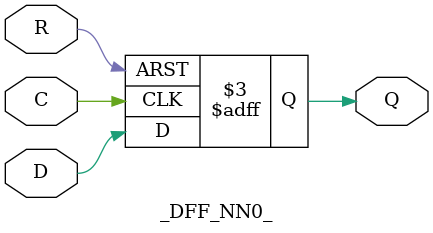
<source format=v>
module _DFF_NN0_(D, Q, C, R);
input D, C, R;
output reg Q;
always @(negedge C or negedge R) begin
	if (R == 0)
		Q <= 0;
	else
		Q <= D;
end
endmodule
</source>
